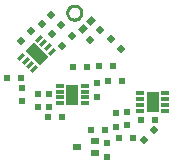
<source format=gbp>
%FSTAX23Y23*%
%MOIN*%
%SFA1B1*%

%IPPOS*%
%AMD18*
4,1,4,0.015300,0.000000,0.000000,0.015300,-0.015300,0.000000,0.000000,-0.015300,0.015300,0.000000,0.0*
%
%AMD46*
4,1,4,-0.005500,-0.013900,0.013900,0.005500,0.005500,0.013900,-0.013900,-0.005500,-0.005500,-0.013900,0.0*
%
%AMD47*
4,1,4,-0.037500,0.009800,0.009800,-0.037500,0.037500,-0.009800,-0.009800,0.037500,-0.037500,0.009800,0.0*
%
%AMD51*
4,1,4,0.001400,0.016500,-0.016500,-0.001400,-0.001400,-0.016500,0.016500,0.001400,0.001400,0.016500,0.0*
%
%AMD54*
4,1,4,0.000000,0.015300,-0.015300,0.000000,0.000000,-0.015300,0.015300,0.000000,0.000000,0.015300,0.0*
%
G04~CAMADD=18~10~0.0~216.5~0.0~0.0~0.0~0.0~0~0.0~0.0~0.0~0.0~0~0.0~0.0~0.0~0.0~0~0.0~0.0~0.0~315.0~216.5~0.0*
%ADD18D18*%
%ADD19R,0.021650X0.021650*%
%ADD45C,0.009840*%
G04~CAMADD=46~9~0.0~0.0~275.6~118.1~0.0~0.0~0~0.0~0.0~0.0~0.0~0~0.0~0.0~0.0~0.0~0~0.0~0.0~0.0~225.0~278.0~277.0*
%ADD46D46*%
G04~CAMADD=47~9~0.0~0.0~669.3~393.7~0.0~0.0~0~0.0~0.0~0.0~0.0~0~0.0~0.0~0.0~0.0~0~0.0~0.0~0.0~135.0~750.0~749.0*
%ADD47D47*%
%ADD48R,0.027560X0.011810*%
%ADD49R,0.039370X0.066930*%
%ADD50R,0.025390X0.018900*%
G04~CAMADD=51~9~0.0~0.0~255.9~214.6~0.0~0.0~0~0.0~0.0~0.0~0.0~0~0.0~0.0~0.0~0.0~0~0.0~0.0~0.0~45.0~330.0~329.0*
%ADD51D51*%
%ADD52C,0.003940*%
%ADD53R,0.021650X0.021650*%
G04~CAMADD=54~10~0.0~216.5~0.0~0.0~0.0~0.0~0~0.0~0.0~0.0~0.0~0~0.0~0.0~0.0~0.0~0~0.0~0.0~0.0~405.0~216.5~0.0*
%ADD54D54*%
%LNkoosh_sensor_top_v1_1-1*%
%LPD*%
G54D18*
X00303Y00453D03*
X00336Y00486D03*
X00241Y00466D03*
X00208Y00433D03*
X00073Y00448D03*
X00106Y00481D03*
X00483Y00118D03*
X00516Y00151D03*
G54D19*
X00332Y00365D03*
X00378D03*
X00247Y0036D03*
X00293D03*
X00408Y00315D03*
X00362D03*
X00472Y00185D03*
X00518D03*
X00399Y00124D03*
X00445D03*
X00353Y0015D03*
X00307D03*
X00208Y00195D03*
X00162D03*
X00073Y00325D03*
X00027D03*
G54D45*
X00274Y00542D02*
D01*
X00274Y00544*
X00274Y00546*
X00273Y00547*
X00273Y00549*
X00272Y00551*
X00272Y00552*
X00271Y00554*
X0027Y00555*
X00269Y00556*
X00268Y00558*
X00267Y00559*
X00266Y0056*
X00265Y00561*
X00263Y00562*
X00262Y00563*
X00261Y00564*
X00259Y00564*
X00258Y00565*
X00256Y00565*
X00254Y00566*
X00253Y00566*
X00251Y00566*
X00249*
X00248Y00566*
X00246Y00566*
X00245Y00565*
X00243Y00565*
X00241Y00564*
X0024Y00564*
X00238Y00563*
X00237Y00562*
X00236Y00561*
X00234Y0056*
X00233Y00559*
X00232Y00558*
X00231Y00556*
X0023Y00555*
X00229Y00554*
X00229Y00552*
X00228Y00551*
X00228Y00549*
X00227Y00547*
X00227Y00546*
X00227Y00544*
X00227Y00542*
X00227Y00541*
X00227Y00539*
X00227Y00538*
X00228Y00536*
X00228Y00534*
X00229Y00533*
X00229Y00531*
X0023Y0053*
X00231Y00529*
X00232Y00527*
X00233Y00526*
X00234Y00525*
X00236Y00524*
X00237Y00523*
X00238Y00522*
X0024Y00521*
X00241Y00521*
X00243Y0052*
X00245Y0052*
X00246Y00519*
X00248Y00519*
X00249Y00519*
X00251*
X00253Y00519*
X00254Y00519*
X00256Y0052*
X00258Y0052*
X00259Y00521*
X00261Y00521*
X00262Y00522*
X00263Y00523*
X00265Y00524*
X00266Y00525*
X00267Y00526*
X00268Y00527*
X00269Y00529*
X0027Y0053*
X00271Y00531*
X00272Y00533*
X00272Y00534*
X00273Y00536*
X00273Y00538*
X00274Y00539*
X00274Y00541*
X00274Y00542*
G54D46*
X00133Y00455D03*
X00147Y00441D03*
X00161Y00427D03*
X00175Y00413D03*
X00116Y00354D03*
X00102Y00368D03*
X00088Y00382D03*
X00074Y00396D03*
G54D47*
X00125Y00405D03*
G54D48*
X00202Y0024D03*
Y0026D03*
Y00279D03*
Y00299D03*
X00285D03*
Y00279D03*
Y0026D03*
Y0024D03*
X0047Y00215D03*
Y00235D03*
Y00255D03*
Y00274D03*
X00552D03*
Y00255D03*
Y00235D03*
Y00215D03*
G54D49*
X00243Y00269D03*
X00511Y00245D03*
G54D50*
X00319Y00114D03*
Y00075D03*
X0026Y00095D03*
G54D51*
X00305Y00515D03*
X00278Y00488D03*
G54D52*
X00233Y0056D03*
G54D53*
X00325Y00308D03*
Y00262D03*
X0013Y00273D03*
Y00227D03*
X00075Y00293D03*
Y00247D03*
X00425Y00167D03*
Y00213D03*
X0039Y00208D03*
Y00162D03*
X0036Y00062D03*
Y00108D03*
X00165Y00273D03*
Y00227D03*
G54D54*
X00406Y00423D03*
X00373Y00456D03*
X00176Y00473D03*
X00143Y00506D03*
X00173Y00536D03*
X00206Y00503D03*
M02*
</source>
